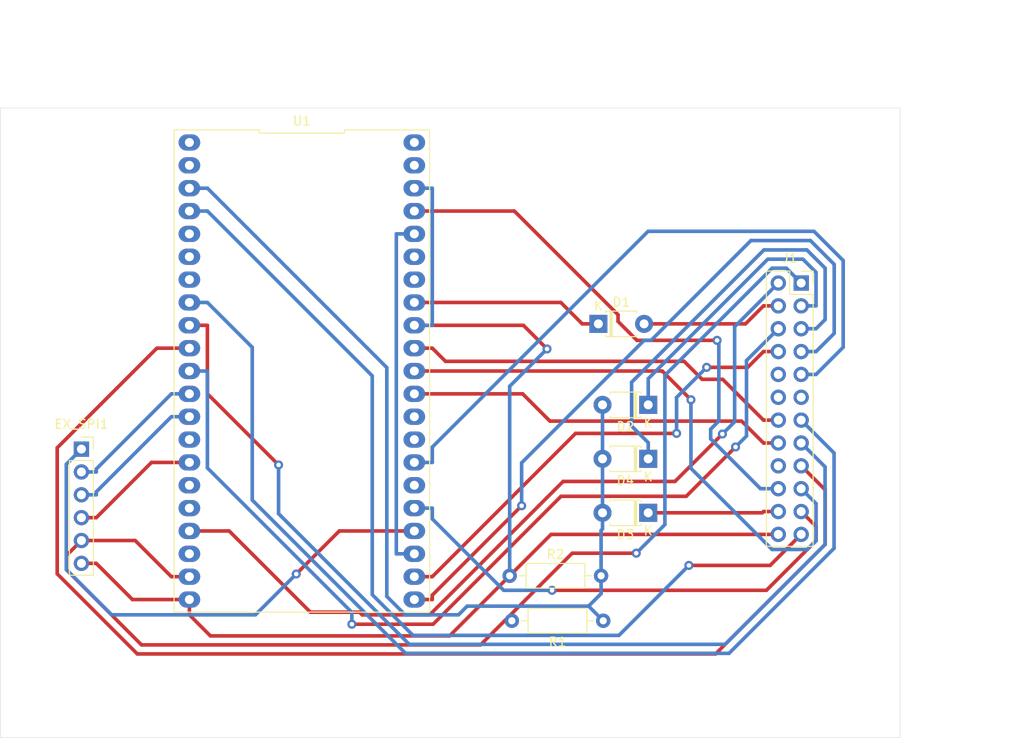
<source format=kicad_pcb>
(kicad_pcb (version 20221018) (generator pcbnew)
  (layers (0 "F.Cu" signal) (31 "B.Cu" signal) (34 "B.Paste" user) (35 "F.Paste" user) (36 "B.SilkS" user "B.Silkscreen") (37 "F.SilkS" user "F.Silkscreen") (38 "B.Mask" user) (39 "F.Mask" user) (44 "Edge.Cuts" user))
  (net 0 "")
  (net 1 "Net-(D1-K)")
  (net 2 "/CORE_ESP32-WROVER/Z80_CONTROL.RESET")
  (net 3 "/CORE_ESP32-WROVER/Z80_CONTROL.WAIT")
  (net 4 "/CORE_ESP32-WROVER/ESP_INT")
  (net 5 "/CORE_ESP32-WROVER/Z80_HARDLOCK_RESET")
  (net 6 "/CORE_ESP32-WROVER/Z80_CONTROL.BUSACK")
  (net 7 "/CORE_ESP32-WROVER/EX_SS")
  (net 8 "/CORE_ESP32-WROVER/EX_SCK")
  (net 9 "/CORE_ESP32-WROVER/EX_MISO")
  (net 10 "/CORE_ESP32-WROVER/EX_MOSI")
  (net 11 "+5V")
  (net 12 "GND")
  (net 13 "/CORE_ESP32-WROVER/ESP_ROMSEL_1")
  (net 14 "/CORE_ESP32-WROVER/ESP_ROMSEL_0")
  (net 16 "/CORE_ESP32-WROVER/SD_CARD_SS")
  (net 17 "/CORE_ESP32-WROVER/ESP_WAIT_RESET")
  (net 19 "/CORE_ESP32-WROVER/ESP_HARDLOCK")
  (net 22 "/CORE_ESP32-WROVER/ESP_ROM_WR_PROTECT")
  (net 26 "/CORE_ESP32-WROVER/ESP_SPI_INT.CE")
  (net 27 "/CORE_ESP32-WROVER/ESP_PULSE")
  (net 28 "/CORE_ESP32-WROVER/ESP_SPI_INT.SCK")
  (net 29 "/CORE_ESP32-WROVER/ESP_SPI_INT.STC")
  (net 30 "/CORE_ESP32-WROVER/ESP_SPI_INT.MISO")
  (net 31 "/CORE_ESP32-WROVER/ESP_SPI_INT.PL")
  (net 32 "/CORE_ESP32-WROVER/ESP_SPI_INT.OE")
  (net 38 "/CORE_ESP32-WROVER/Z80_HARDLOCK")
  (net 39 "/CORE_ESP32-WROVER/ESP_SPI_INT.MOSI")
  (net 45 "/CORE_ESP32-WROVER/ESP_SPI_INT.MR")
  (footprint "Connector_PinSocket_2.54mm:PinSocket_2x12_P2.54mm_Vertical" (layer "F.Cu") (at 209 79.46)
    (fp_text reference "J1" (at -1.27 -2.77) (layer "F.SilkS"))
    (fp_text value "Conn_02x12_Counter_Clockwise")
    (fp_line (start -3.87 -1.33) (end -3.87 29.27) (stroke (width 0.12)) (layer "F.SilkS"))
    (fp_line (start -3.87 -1.33) (end -1.27 -1.33) (stroke (width 0.12)) (layer "F.SilkS"))
    (fp_line (start -3.87 29.27) (end 1.33 29.27) (stroke (width 0.12)) (layer "F.SilkS"))
    (fp_line (start -1.27 -1.33) (end -1.27 1.27) (stroke (width 0.12)) (layer "F.SilkS"))
    (fp_line (start -1.27 1.27) (end 1.33 1.27) (stroke (width 0.12)) (layer "F.SilkS"))
    (fp_line (start 0 -1.33) (end 1.33 -1.33) (stroke (width 0.12)) (layer "F.SilkS"))
    (fp_line (start 1.33 -1.33) (end 1.33 0) (stroke (width 0.12)) (layer "F.SilkS"))
    (fp_line (start 1.33 1.27) (end 1.33 29.27) (stroke (width 0.12)) (layer "F.SilkS"))
    (pad "1" thru_hole rect (at 0 0) (size 1.7 1.7) (drill 1) (layers "*.Cu" "*.Mask") (net 11 "+5V"))
    (pad "2" thru_hole oval (at -2.54 0) (size 1.7 1.7) (drill 1) (layers "*.Cu" "*.Mask") (net 17 "/CORE_ESP32-WROVER/ESP_WAIT_RESET"))
    (pad "3" thru_hole oval (at 0 2.54) (size 1.7 1.7) (drill 1) (layers "*.Cu" "*.Mask") (net 3 "/CORE_ESP32-WROVER/Z80_CONTROL.WAIT"))
    (pad "4" thru_hole oval (at -2.54 2.54) (size 1.7 1.7) (drill 1) (layers "*.Cu" "*.Mask") (net 2 "/CORE_ESP32-WROVER/Z80_CONTROL.RESET"))
    (pad "5" thru_hole oval (at 0 5.08) (size 1.7 1.7) (drill 1) (layers "*.Cu" "*.Mask") (net 6 "/CORE_ESP32-WROVER/Z80_CONTROL.BUSACK"))
    (pad "6" thru_hole oval (at -2.54 5.08) (size 1.7 1.7) (drill 1) (layers "*.Cu" "*.Mask") (net 27 "/CORE_ESP32-WROVER/ESP_PULSE"))
    (pad "7" thru_hole oval (at 0 7.62) (size 1.7 1.7) (drill 1) (layers "*.Cu" "*.Mask") (net 13 "/CORE_ESP32-WROVER/ESP_ROMSEL_1"))
    (pad "8" thru_hole oval (at -2.54 7.62) (size 1.7 1.7) (drill 1) (layers "*.Cu" "*.Mask") (net 14 "/CORE_ESP32-WROVER/ESP_ROMSEL_0"))
    (pad "9" thru_hole oval (at 0 10.16) (size 1.7 1.7) (drill 1) (layers "*.Cu" "*.Mask") (net 22 "/CORE_ESP32-WROVER/ESP_ROM_WR_PROTECT"))
    (pad "10" thru_hole oval (at -2.54 10.16) (size 1.7 1.7) (drill 1) (layers "*.Cu" "*.Mask"))
    (pad "11" thru_hole oval (at 0 12.7) (size 1.7 1.7) (drill 1) (layers "*.Cu" "*.Mask"))
    (pad "12" thru_hole oval (at -2.54 12.7) (size 1.7 1.7) (drill 1) (layers "*.Cu" "*.Mask"))
    (pad "13" thru_hole oval (at 0 15.24) (size 1.7 1.7) (drill 1) (layers "*.Cu" "*.Mask") (net 32 "/CORE_ESP32-WROVER/ESP_SPI_INT.OE"))
    (pad "14" thru_hole oval (at -2.54 15.24) (size 1.7 1.7) (drill 1) (layers "*.Cu" "*.Mask") (net 30 "/CORE_ESP32-WROVER/ESP_SPI_INT.MISO"))
    (pad "15" thru_hole oval (at 0 17.78) (size 1.7 1.7) (drill 1) (layers "*.Cu" "*.Mask") (net 31 "/CORE_ESP32-WROVER/ESP_SPI_INT.PL"))
    (pad "16" thru_hole oval (at -2.54 17.78) (size 1.7 1.7) (drill 1) (layers "*.Cu" "*.Mask") (net 26 "/CORE_ESP32-WROVER/ESP_SPI_INT.CE"))
    (pad "17" thru_hole oval (at 0 20.32) (size 1.7 1.7) (drill 1) (layers "*.Cu" "*.Mask") (net 29 "/CORE_ESP32-WROVER/ESP_SPI_INT.STC"))
    (pad "18" thru_hole oval (at -2.54 20.32) (size 1.7 1.7) (drill 1) (layers "*.Cu" "*.Mask") (net 45 "/CORE_ESP32-WROVER/ESP_SPI_INT.MR"))
    (pad "19" thru_hole oval (at 0 22.86) (size 1.7 1.7) (drill 1) (layers "*.Cu" "*.Mask") (net 28 "/CORE_ESP32-WROVER/ESP_SPI_INT.SCK"))
    (pad "20" thru_hole oval (at -2.54 22.86) (size 1.7 1.7) (drill 1) (layers "*.Cu" "*.Mask") (net 39 "/CORE_ESP32-WROVER/ESP_SPI_INT.MOSI"))
    (pad "21" thru_hole oval (at 0 25.4) (size 1.7 1.7) (drill 1) (layers "*.Cu" "*.Mask") (net 19 "/CORE_ESP32-WROVER/ESP_HARDLOCK"))
    (pad "22" thru_hole oval (at -2.54 25.4) (size 1.7 1.7) (drill 1) (layers "*.Cu" "*.Mask") (net 5 "/CORE_ESP32-WROVER/Z80_HARDLOCK_RESET"))
    (pad "23" thru_hole oval (at 0 27.94) (size 1.7 1.7) (drill 1) (layers "*.Cu" "*.Mask") (net 38 "/CORE_ESP32-WROVER/Z80_HARDLOCK"))
    (pad "24" thru_hole oval (at -2.54 27.94) (size 1.7 1.7) (drill 1) (layers "*.Cu" "*.Mask") (net 12 "GND"))
  )
  (footprint "Resistor_THT:R_Axial_DIN0207_L6.3mm_D2.5mm_P10.16mm_Horizontal" (layer "F.Cu") (at 187 117 180)
    (fp_text reference "R1" (at 5.08 -2.37) (layer "F.SilkS"))
    (fp_text value "22K")
    (fp_line (start 1.04 0) (end 1.81 0) (stroke (width 0.12)) (layer "F.SilkS"))
    (fp_line (start 1.81 -1.37) (end 1.81 1.37) (stroke (width 0.12)) (layer "F.SilkS"))
    (fp_line (start 1.81 1.37) (end 8.35 1.37) (stroke (width 0.12)) (layer "F.SilkS"))
    (fp_line (start 8.35 -1.37) (end 1.81 -1.37) (stroke (width 0.12)) (layer "F.SilkS"))
    (fp_line (start 8.35 1.37) (end 8.35 -1.37) (stroke (width 0.12)) (layer "F.SilkS"))
    (fp_line (start 9.12 0) (end 8.35 0) (stroke (width 0.12)) (layer "F.SilkS"))
    (pad "1" thru_hole circle (at 0 0 180) (size 1.6 1.6) (drill 0.8) (layers "*.Cu" "*.Mask") (net 4 "/CORE_ESP32-WROVER/ESP_INT"))
    (pad "2" thru_hole oval (at 10.16 0 180) (size 1.6 1.6) (drill 0.8) (layers "*.Cu" "*.Mask") (net 11 "+5V"))
  )
  (footprint "Connector_PinSocket_2.54mm:PinSocket_1x06_P2.54mm_Vertical" (layer "F.Cu") (at 129 97.92)
    (fp_text reference "EX_SPI1" (at 0 -2.77) (layer "F.SilkS"))
    (fp_text value "PinSocket_2.54mm")
    (fp_line (start -1.33 1.27) (end -1.33 14.03) (stroke (width 0.12)) (layer "F.SilkS"))
    (fp_line (start -1.33 1.27) (end 1.33 1.27) (stroke (width 0.12)) (layer "F.SilkS"))
    (fp_line (start -1.33 14.03) (end 1.33 14.03) (stroke (width 0.12)) (layer "F.SilkS"))
    (fp_line (start 0 -1.33) (end 1.33 -1.33) (stroke (width 0.12)) (layer "F.SilkS"))
    (fp_line (start 1.33 -1.33) (end 1.33 0) (stroke (width 0.12)) (layer "F.SilkS"))
    (fp_line (start 1.33 1.27) (end 1.33 14.03) (stroke (width 0.12)) (layer "F.SilkS"))
    (pad "1" thru_hole rect (at 0 0) (size 1.7 1.7) (drill 1) (layers "*.Cu" "*.Mask") (net 7 "/CORE_ESP32-WROVER/EX_SS"))
    (pad "2" thru_hole oval (at 0 2.54) (size 1.7 1.7) (drill 1) (layers "*.Cu" "*.Mask") (net 8 "/CORE_ESP32-WROVER/EX_SCK"))
    (pad "3" thru_hole oval (at 0 5.08) (size 1.7 1.7) (drill 1) (layers "*.Cu" "*.Mask") (net 9 "/CORE_ESP32-WROVER/EX_MISO"))
    (pad "4" thru_hole oval (at 0 7.62) (size 1.7 1.7) (drill 1) (layers "*.Cu" "*.Mask") (net 10 "/CORE_ESP32-WROVER/EX_MOSI"))
    (pad "5" thru_hole oval (at 0 10.16) (size 1.7 1.7) (drill 1) (layers "*.Cu" "*.Mask") (net 11 "+5V"))
    (pad "6" thru_hole oval (at 0 12.7) (size 1.7 1.7) (drill 1) (layers "*.Cu" "*.Mask") (net 12 "GND"))
  )
  (footprint "Resistor_THT:R_Axial_DIN0207_L6.3mm_D2.5mm_P10.16mm_Horizontal" (layer "F.Cu") (at 176.6 112)
    (fp_text reference "R2" (at 5.08 -2.37) (layer "F.SilkS"))
    (fp_text value "22K")
    (fp_line (start 1.04 0) (end 1.81 0) (stroke (width 0.12)) (layer "F.SilkS"))
    (fp_line (start 1.81 -1.37) (end 1.81 1.37) (stroke (width 0.12)) (layer "F.SilkS"))
    (fp_line (start 1.81 1.37) (end 8.35 1.37) (stroke (width 0.12)) (layer "F.SilkS"))
    (fp_line (start 8.35 -1.37) (end 1.81 -1.37) (stroke (width 0.12)) (layer "F.SilkS"))
    (fp_line (start 8.35 1.37) (end 8.35 -1.37) (stroke (width 0.12)) (layer "F.SilkS"))
    (fp_line (start 9.12 0) (end 8.35 0) (stroke (width 0.12)) (layer "F.SilkS"))
    (pad "1" thru_hole circle (at 0 0) (size 1.6 1.6) (drill 0.8) (layers "*.Cu" "*.Mask") (net 12 "GND"))
    (pad "2" thru_hole oval (at 10.16 0) (size 1.6 1.6) (drill 0.8) (layers "*.Cu" "*.Mask") (net 4 "/CORE_ESP32-WROVER/ESP_INT"))
  )
  (footprint "Diode_THT:D_T-1_P5.08mm_Horizontal" (layer "F.Cu") (at 186.46 84)
    (fp_text reference "D1" (at 2.54 -2.42) (layer "F.SilkS"))
    (fp_text value "1N4148")
    (fp_text user "K" (at 0 -2) (layer "F.SilkS"))
    (fp_line (start 0.82 -1.42) (end 4.26 -1.42) (stroke (width 0.12)) (layer "F.SilkS"))
    (fp_line (start 0.82 -1.24) (end 0.82 -1.42) (stroke (width 0.12)) (layer "F.SilkS"))
    (fp_line (start 0.82 1.24) (end 0.82 1.42) (stroke (width 0.12)) (layer "F.SilkS"))
    (fp_line (start 0.82 1.42) (end 4.26 1.42) (stroke (width 0.12)) (layer "F.SilkS"))
    (fp_line (start 1.3 -1.42) (end 1.3 1.42) (stroke (width 0.12)) (layer "F.SilkS"))
    (fp_line (start 1.42 -1.42) (end 1.42 1.42) (stroke (width 0.12)) (layer "F.SilkS"))
    (fp_line (start 1.54 -1.42) (end 1.54 1.42) (stroke (width 0.12)) (layer "F.SilkS"))
    (fp_line (start 4.26 -1.42) (end 4.26 -1.24) (stroke (width 0.12)) (layer "F.SilkS"))
    (fp_line (start 4.26 1.42) (end 4.26 1.24) (stroke (width 0.12)) (layer "F.SilkS"))
    (pad "1" thru_hole rect (at 0 0) (size 2 2) (drill 1) (layers "*.Cu" "*.Mask") (net 1 "Net-(D1-K)"))
    (pad "2" thru_hole oval (at 5.08 0) (size 2 2) (drill 1) (layers "*.Cu" "*.Mask") (net 2 "/CORE_ESP32-WROVER/Z80_CONTROL.RESET"))
  )
  (footprint "Diode_THT:D_T-1_P5.08mm_Horizontal" (layer "F.Cu") (at 192 99 180)
    (fp_text reference "D4" (at 2.54 -2.42) (layer "F.SilkS"))
    (fp_text value "1N4148")
    (fp_text user "K" (at 0 -2) (layer "F.SilkS"))
    (fp_line (start 0.82 -1.42) (end 4.26 -1.42) (stroke (width 0.12)) (layer "F.SilkS"))
    (fp_line (start 0.82 -1.24) (end 0.82 -1.42) (stroke (width 0.12)) (layer "F.SilkS"))
    (fp_line (start 0.82 1.24) (end 0.82 1.42) (stroke (width 0.12)) (layer "F.SilkS"))
    (fp_line (start 0.82 1.42) (end 4.26 1.42) (stroke (width 0.12)) (layer "F.SilkS"))
    (fp_line (start 1.3 -1.42) (end 1.3 1.42) (stroke (width 0.12)) (layer "F.SilkS"))
    (fp_line (start 1.42 -1.42) (end 1.42 1.42) (stroke (width 0.12)) (layer "F.SilkS"))
    (fp_line (start 1.54 -1.42) (end 1.54 1.42) (stroke (width 0.12)) (layer "F.SilkS"))
    (fp_line (start 4.26 -1.42) (end 4.26 -1.24) (stroke (width 0.12)) (layer "F.SilkS"))
    (fp_line (start 4.26 1.42) (end 4.26 1.24) (stroke (width 0.12)) (layer "F.SilkS"))
    (pad "1" thru_hole rect (at 0 0 180) (size 2 2) (drill 1) (layers "*.Cu" "*.Mask") (net 6 "/CORE_ESP32-WROVER/Z80_CONTROL.BUSACK"))
    (pad "2" thru_hole oval (at 5.08 0 180) (size 2 2) (drill 1) (layers "*.Cu" "*.Mask") (net 4 "/CORE_ESP32-WROVER/ESP_INT"))
  )
  (footprint "esp32-wrover:FREENOVE_ESP32-WROVER-DEV" (layer "F.Cu") (at 153.5 87.97)
    (fp_text reference "U1" (at 0 -26.53) (layer "F.SilkS"))
    (fp_text value "FREENOVE_ESP32-WROVER-DEV")
    (fp_line (start -14.2 28.07) (end 14.199999 28.07) (stroke (width 0.12)) (layer "F.SilkS"))
    (fp_line (start -14.199999 -25.53) (end -14.2 28.07) (stroke (width 0.12)) (layer "F.SilkS"))
    (fp_line (start -4.733333 -25.53) (end -14.199999 -25.53) (stroke (width 0.12)) (layer "F.SilkS"))
    (fp_line (start -4.733333 -25.17) (end -4.733333 -25.53) (stroke (width 0.12)) (layer "F.SilkS"))
    (fp_line (start 4.733333 -25.53) (end 4.733333 -25.17) (stroke (width 0.12)) (layer "F.SilkS"))
    (fp_line (start 4.733333 -25.17) (end -4.733333 -25.17) (stroke (width 0.12)) (layer "F.SilkS"))
    (fp_line (start 14.199999 28.07) (end 14.2 -25.53) (stroke (width 0.12)) (layer "F.SilkS"))
    (fp_line (start 14.2 -25.53) (end 4.733333 -25.53) (stroke (width 0.12)) (layer "F.SilkS"))
    (pad "1" thru_hole oval (at -12.5 -24.13 270) (size 1.8 2.4) (drill 1) (layers "*.Cu" "*.Mask"))
    (pad "2" thru_hole oval (at -12.5 -21.59 270) (size 1.8 2.4) (drill 1) (layers "*.Cu" "*.Mask"))
    (pad "3" thru_hole oval (at -12.5 -19.05 270) (size 1.8 2.4) (drill 1) (layers "*.Cu" "*.Mask") (net 4 "/CORE_ESP32-WROVER/ESP_INT"))
    (pad "4" thru_hole oval (at -12.5 -16.51 270) (size 1.8 2.4) (drill 1) (layers "*.Cu" "*.Mask") (net 38 "/CORE_ESP32-WROVER/Z80_HARDLOCK"))
    (pad "5" thru_hole oval (at -12.5 -13.97 270) (size 1.8 2.4) (drill 1) (layers "*.Cu" "*.Mask"))
    (pad "6" thru_hole oval (at -12.5 -11.43 270) (size 1.8 2.4) (drill 1) (layers "*.Cu" "*.Mask"))
    (pad "7" thru_hole oval (at -12.5 -8.89 270) (size 1.8 2.4) (drill 1) (layers "*.Cu" "*.Mask"))
    (pad "8" thru_hole oval (at -12.5 -6.35 270) (size 1.8 2.4) (drill 1) (layers "*.Cu" "*.Mask") (net 32 "/CORE_ESP32-WROVER/ESP_SPI_INT.OE"))
    (pad "9" thru_hole oval (at -12.5 -3.81 270) (size 1.8 2.4) (drill 1) (layers "*.Cu" "*.Mask") (net 31 "/CORE_ESP32-WROVER/ESP_SPI_INT.PL"))
    (pad "10" thru_hole oval (at -12.5 -1.27 270) (size 1.8 2.4) (drill 1) (layers "*.Cu" "*.Mask") (net 29 "/CORE_ESP32-WROVER/ESP_SPI_INT.STC"))
    (pad "11" thru_hole oval (at -12.5 1.27 270) (size 1.8 2.4) (drill 1) (layers "*.Cu" "*.Mask") (net 27 "/CORE_ESP32-WROVER/ESP_PULSE"))
    (pad "12" thru_hole oval (at -12.5 3.81 270) (size 1.8 2.4) (drill 1) (layers "*.Cu" "*.Mask") (net 8 "/CORE_ESP32-WROVER/EX_SCK"))
    (pad "13" thru_hole oval (at -12.5 6.35 270) (size 1.8 2.4) (drill 1) (layers "*.Cu" "*.Mask") (net 9 "/CORE_ESP32-WROVER/EX_MISO"))
    (pad "14" thru_hole oval (at -12.5 8.89 270) (size 1.8 2.4) (drill 1) (layers "*.Cu" "*.Mask"))
    (pad "15" thru_hole oval (at -12.5 11.43 270) (size 1.8 2.4) (drill 1) (layers "*.Cu" "*.Mask") (net 10 "/CORE_ESP32-WROVER/EX_MOSI"))
    (pad "16" thru_hole oval (at -12.5 13.97 270) (size 1.8 2.4) (drill 1) (layers "*.Cu" "*.Mask"))
    (pad "17" thru_hole oval (at -12.5 16.51 270) (size 1.8 2.4) (drill 1) (layers "*.Cu" "*.Mask"))
    (pad "18" thru_hole oval (at -12.5 19.05 270) (size 1.8 2.4) (drill 1) (layers "*.Cu" "*.Mask") (net 17 "/CORE_ESP32-WROVER/ESP_WAIT_RESET"))
    (pad "19" thru_hole oval (at -12.5 21.59 270) (size 1.8 2.4) (drill 1) (layers "*.Cu" "*.Mask"))
    (pad "20" thru_hole oval (at -12.5 24.13 270) (size 1.8 2.4) (drill 1) (layers "*.Cu" "*.Mask") (net 11 "+5V"))
    (pad "21" thru_hole oval (at -12.5 26.67 270) (size 1.8 2.4) (drill 1) (layers "*.Cu" "*.Mask") (net 12 "GND"))
    (pad "22" thru_hole oval (at 12.5 26.67 270) (size 1.8 2.4) (drill 1) (layers "*.Cu" "*.Mask") (net 13 "/CORE_ESP32-WROVER/ESP_ROMSEL_1"))
    (pad "23" thru_hole oval (at 12.5 24.13 270) (size 1.8 2.4) (drill 1) (layers "*.Cu" "*.Mask") (net 14 "/CORE_ESP32-WROVER/ESP_ROMSEL_0"))
    (pad "24" thru_hole oval (at 12.5 21.59 270) (size 1.8 2.4) (drill 1) (layers "*.Cu" "*.Mask") (net 16 "/CORE_ESP32-WROVER/SD_CARD_SS"))
    (pad "25" thru_hole oval (at 12.5 19.05 270) (size 1.8 2.4) (drill 1) (layers "*.Cu" "*.Mask") (net 7 "/CORE_ESP32-WROVER/EX_SS"))
    (pad "26" thru_hole oval (at 12.5 16.51 270) (size 1.8 2.4) (drill 1) (layers "*.Cu" "*.Mask") (net 19 "/CORE_ESP32-WROVER/ESP_HARDLOCK"))
    (pad "27" thru_hole oval (at 12.5 13.97 270) (size 1.8 2.4) (drill 1) (layers "*.Cu" "*.Mask"))
    (pad "28" thru_hole oval (at 12.5 11.43 270) (size 1.8 2.4) (drill 1) (layers "*.Cu" "*.Mask") (net 22 "/CORE_ESP32-WROVER/ESP_ROM_WR_PROTECT"))
    (pad "29" thru_hole oval (at 12.5 8.89 270) (size 1.8 2.4) (drill 1) (layers "*.Cu" "*.Mask"))
    (pad "30" thru_hole oval (at 12.5 6.35 270) (size 1.8 2.4) (drill 1) (layers "*.Cu" "*.Mask"))
    (pad "31" thru_hole oval (at 12.5 3.81 270) (size 1.8 2.4) (drill 1) (layers "*.Cu" "*.Mask") (net 26 "/CORE_ESP32-WROVER/ESP_SPI_INT.CE"))
    (pad "32" thru_hole oval (at 12.5 1.27 270) (size 1.8 2.4) (drill 1) (layers "*.Cu" "*.Mask") (net 28 "/CORE_ESP32-WROVER/ESP_SPI_INT.SCK"))
    (pad "33" thru_hole oval (at 12.5 -1.27 270) (size 1.8 2.4) (drill 1) (layers "*.Cu" "*.Mask") (net 30 "/CORE_ESP32-WROVER/ESP_SPI_INT.MISO"))
    (pad "34" thru_hole oval (at 12.5 -3.81 270) (size 1.8 2.4) (drill 1) (layers "*.Cu" "*.Mask") (net 12 "GND"))
    (pad "35" thru_hole oval (at 12.5 -6.35 270) (size 1.8 2.4) (drill 1) (layers "*.Cu" "*.Mask") (net 1 "Net-(D1-K)"))
    (pad "36" thru_hole oval (at 12.5 -8.89 270) (size 1.8 2.4) (drill 1) (layers "*.Cu" "*.Mask"))
    (pad "37" thru_hole oval (at 12.5 -11.43 270) (size 1.8 2.4) (drill 1) (layers "*.Cu" "*.Mask"))
    (pad "38" thru_hole oval (at 12.5 -13.97 270) (size 1.8 2.4) (drill 1) (layers "*.Cu" "*.Mask") (net 16 "/CORE_ESP32-WROVER/SD_CARD_SS"))
    (pad "39" thru_hole oval (at 12.5 -16.51 270) (size 1.8 2.4) (drill 1) (layers "*.Cu" "*.Mask") (net 39 "/CORE_ESP32-WROVER/ESP_SPI_INT.MOSI"))
    (pad "40" thru_hole oval (at 12.5 -19.05 270) (size 1.8 2.4) (drill 1) (layers "*.Cu" "*.Mask") (net 12 "GND"))
    (pad "41" thru_hole oval (at 12.5 -21.59 270) (size 1.8 2.4) (drill 1) (layers "*.Cu" "*.Mask"))
    (pad "42" thru_hole oval (at 12.5 -24.13 270) (size 1.8 2.4) (drill 1) (layers "*.Cu" "*.Mask"))
  )
  (footprint "Diode_THT:D_T-1_P5.08mm_Horizontal" (layer "F.Cu") (at 192 105 180)
    (fp_text reference "D3" (at 2.54 -2.42) (layer "F.SilkS"))
    (fp_text value "1N4148")
    (fp_text user "K" (at 0 -2) (layer "F.SilkS"))
    (fp_line (start 0.82 -1.42) (end 4.26 -1.42) (stroke (width 0.12)) (layer "F.SilkS"))
    (fp_line (start 0.82 -1.24) (end 0.82 -1.42) (stroke (width 0.12)) (layer "F.SilkS"))
    (fp_line (start 0.82 1.24) (end 0.82 1.42) (stroke (width 0.12)) (layer "F.SilkS"))
    (fp_line (start 0.82 1.42) (end 4.26 1.42) (stroke (width 0.12)) (layer "F.SilkS"))
    (fp_line (start 1.3 -1.42) (end 1.3 1.42) (stroke (width 0.12)) (layer "F.SilkS"))
    (fp_line (start 1.42 -1.42) (end 1.42 1.42) (stroke (width 0.12)) (layer "F.SilkS"))
    (fp_line (start 1.54 -1.42) (end 1.54 1.42) (stroke (width 0.12)) (layer "F.SilkS"))
    (fp_line (start 4.26 -1.42) (end 4.26 -1.24) (stroke (width 0.12)) (layer "F.SilkS"))
    (fp_line (start 4.26 1.42) (end 4.26 1.24) (stroke (width 0.12)) (layer "F.SilkS"))
    (pad "1" thru_hole rect (at 0 0 180) (size 2 2) (drill 1) (layers "*.Cu" "*.Mask") (net 5 "/CORE_ESP32-WROVER/Z80_HARDLOCK_RESET"))
    (pad "2" thru_hole oval (at 5.08 0 180) (size 2 2) (drill 1) (layers "*.Cu" "*.Mask") (net 4 "/CORE_ESP32-WROVER/ESP_INT"))
  )
  (footprint "Diode_THT:D_T-1_P5.08mm_Horizontal" (layer "F.Cu") (at 192 93 180)
    (fp_text reference "D2" (at 2.54 -2.42) (layer "F.SilkS"))
    (fp_text value "1N4148")
    (fp_text user "K" (at 0 -2) (layer "F.SilkS"))
    (fp_line (start 0.82 -1.42) (end 4.26 -1.42) (stroke (width 0.12)) (layer "F.SilkS"))
    (fp_line (start 0.82 -1.24) (end 0.82 -1.42) (stroke (width 0.12)) (layer "F.SilkS"))
    (fp_line (start 0.82 1.24) (end 0.82 1.42) (stroke (width 0.12)) (layer "F.SilkS"))
    (fp_line (start 0.82 1.42) (end 4.26 1.42) (stroke (width 0.12)) (layer "F.SilkS"))
    (fp_line (start 1.3 -1.42) (end 1.3 1.42) (stroke (width 0.12)) (layer "F.SilkS"))
    (fp_line (start 1.42 -1.42) (end 1.42 1.42) (stroke (width 0.12)) (layer "F.SilkS"))
    (fp_line (start 1.54 -1.42) (end 1.54 1.42) (stroke (width 0.12)) (layer "F.SilkS"))
    (fp_line (start 4.26 -1.42) (end 4.26 -1.24) (stroke (width 0.12)) (layer "F.SilkS"))
    (fp_line (start 4.26 1.42) (end 4.26 1.24) (stroke (width 0.12)) (layer "F.SilkS"))
    (pad "1" thru_hole rect (at 0 0 180) (size 2 2) (drill 1) (layers "*.Cu" "*.Mask") (net 3 "/CORE_ESP32-WROVER/Z80_CONTROL.WAIT"))
    (pad "2" thru_hole oval (at 5.08 0 180) (size 2 2) (drill 1) (layers "*.Cu" "*.Mask") (net 4 "/CORE_ESP32-WROVER/ESP_INT"))
  )
  (gr_rect (start 120 60) (end 220 130) (stroke (width 0.05)) (fill none) (layer "Edge.Cuts"))
  (segment (start 186.46 84) (end 184.6599 84) (width 0.4) (layer "F.Cu") (net 1))
  (segment (start 182.2799 81.62) (end 184.6599 84) (width 0.4) (layer "F.Cu") (net 1))
  (segment (start 166 81.62) (end 182.2799 81.62) (width 0.4) (layer "F.Cu") (net 1))
  (segment (start 206.46 82) (end 204.8099 82) (width 0.4) (layer "F.Cu") (net 2))
  (segment (start 202.8099 84) (end 204.8099 82) (width 0.4) (layer "F.Cu") (net 2))
  (segment (start 191.54 84) (end 202.8099 84) (width 0.4) (layer "F.Cu") (net 2))
  (segment (start 205.2864 76.8098) (end 209.1955 76.8098) (width 0.4) (layer "B.Cu") (net 3))
  (segment (start 210.6501 78.2644) (end 210.6501 82) (width 0.4) (layer "B.Cu") (net 3))
  (segment (start 209.1955 76.8098) (end 210.6501 78.2644) (width 0.4) (layer "B.Cu") (net 3))
  (segment (start 192 93) (end 192 91.1999) (width 0.4) (layer "B.Cu") (net 3))
  (segment (start 192 91.1999) (end 192 90.0962) (width 0.4) (layer "B.Cu") (net 3))
  (segment (start 209 82) (end 210.6501 82) (width 0.4) (layer "B.Cu") (net 3))
  (segment (start 192 90.0962) (end 205.2864 76.8098) (width 0.4) (layer "B.Cu") (net 3))
  (segment (start 186.92 105) (end 186.92 106.8001) (width 0.4) (layer "B.Cu") (net 4))
  (segment (start 171.8719 115.3746) (end 185.3746 115.3746) (width 0.4) (layer "B.Cu") (net 4))
  (segment (start 186.92 93) (end 186.92 99) (width 0.4) (layer "B.Cu") (net 4))
  (segment (start 162.9461 88.866) (end 162.9461 114.3002) (width 0.4) (layer "B.Cu") (net 4))
  (segment (start 164.9866 116.3407) (end 170.9058 116.3407) (width 0.4) (layer "B.Cu") (net 4))
  (segment (start 186.92 99) (end 186.92 105) (width 0.4) (layer "B.Cu") (net 4))
  (segment (start 170.9058 116.3407) (end 171.8719 115.3746) (width 0.4) (layer "B.Cu") (net 4))
  (segment (start 141 68.92) (end 143.0001 68.92) (width 0.4) (layer "B.Cu") (net 4))
  (segment (start 186.76 106.9601) (end 186.76 110.3999) (width 0.4) (layer "B.Cu") (net 4))
  (segment (start 186.92 106.8001) (end 186.76 106.9601) (width 0.4) (layer "B.Cu") (net 4))
  (segment (start 162.9461 114.3002) (end 164.9866 116.3407) (width 0.4) (layer "B.Cu") (net 4))
  (segment (start 186.76 113.9892) (end 186.76 112) (width 0.4) (layer "B.Cu") (net 4))
  (segment (start 186.76 112) (end 186.76 110.3999) (width 0.4) (layer "B.Cu") (net 4))
  (segment (start 185.3746 115.3746) (end 186.76 113.9892) (width 0.4) (layer "B.Cu") (net 4))
  (segment (start 143.0001 68.92) (end 162.9461 88.866) (width 0.4) (layer "B.Cu") (net 4))
  (segment (start 187 117) (end 185.3746 115.3746) (width 0.4) (layer "B.Cu") (net 4))
  (segment (start 192 105) (end 204.6699 105) (width 0.4) (layer "F.Cu") (net 5))
  (segment (start 206.46 104.86) (end 204.8099 104.86) (width 0.4) (layer "F.Cu") (net 5))
  (segment (start 204.6699 105) (end 204.8099 104.86) (width 0.4) (layer "F.Cu") (net 5))
  (segment (start 209 84.54) (end 210.6501 84.54) (width 0.4) (layer "B.Cu") (net 6))
  (segment (start 211.663 77.8076) (end 211.663 83.5271) (width 0.4) (layer "B.Cu") (net 6))
  (segment (start 209.6382 75.7828) (end 211.663 77.8076) (width 0.4) (layer "B.Cu") (net 6))
  (segment (start 192 99) (end 192 97.1999) (width 0.4) (layer "B.Cu") (net 6))
  (segment (start 190.1551 95.355) (end 190.1551 90.4881) (width 0.4) (layer "B.Cu") (net 6))
  (segment (start 192 97.1999) (end 190.1551 95.355) (width 0.4) (layer "B.Cu") (net 6))
  (segment (start 204.8604 75.7828) (end 209.6382 75.7828) (width 0.4) (layer "B.Cu") (net 6))
  (segment (start 190.1551 90.4881) (end 204.8604 75.7828) (width 0.4) (layer "B.Cu") (net 6))
  (segment (start 211.663 83.5271) (end 210.6501 84.54) (width 0.4) (layer "B.Cu") (net 6))
  (segment (start 166 107.02) (end 157.6605 107.02) (width 0.4) (layer "F.Cu") (net 7))
  (segment (start 157.6605 107.02) (end 152.8771 111.8034) (width 0.4) (layer "F.Cu") (net 7))
  (via (at 152.8771 111.8034) (size 1) (drill 0.5) (layers "F.Cu" "B.Cu") (net 7))
  (segment (start 127.3196 111.298) (end 132.3619 116.3403) (width 0.4) (layer "B.Cu") (net 7))
  (segment (start 132.3619 116.3403) (end 148.3402 116.3403) (width 0.4) (layer "B.Cu") (net 7))
  (segment (start 129 97.92) (end 127.3196 99.6004) (width 0.4) (layer "B.Cu") (net 7))
  (segment (start 127.3196 99.6004) (end 127.3196 111.298) (width 0.4) (layer "B.Cu") (net 7))
  (segment (start 148.3402 116.3403) (end 152.8771 111.8034) (width 0.4) (layer "B.Cu") (net 7))
  (segment (start 141 91.78) (end 138.9999 91.78) (width 0.4) (layer "B.Cu") (net 8))
  (segment (start 138.9999 91.78) (end 130.6501 100.1298) (width 0.4) (layer "B.Cu") (net 8))
  (segment (start 130.6501 100.1298) (end 130.6501 100.46) (width 0.4) (layer "B.Cu") (net 8))
  (segment (start 129 100.46) (end 130.6501 100.46) (width 0.4) (layer "B.Cu") (net 8))
  (segment (start 141 94.32) (end 138.9999 94.32) (width 0.4) (layer "B.Cu") (net 9))
  (segment (start 138.9999 94.32) (end 130.6501 102.6698) (width 0.4) (layer "B.Cu") (net 9))
  (segment (start 130.6501 102.6698) (end 130.6501 103) (width 0.4) (layer "B.Cu") (net 9))
  (segment (start 129 103) (end 130.6501 103) (width 0.4) (layer "B.Cu") (net 9))
  (segment (start 141 99.4) (end 136.7901 99.4) (width 0.4) (layer "F.Cu") (net 10))
  (segment (start 129 105.54) (end 130.6501 105.54) (width 0.4) (layer "F.Cu") (net 10))
  (segment (start 136.7901 99.4) (end 130.6501 105.54) (width 0.4) (layer "F.Cu") (net 10))
  (segment (start 135.685 119.6836) (end 173.3564 119.6836) (width 0.4) (layer "F.Cu") (net 11))
  (segment (start 173.3564 119.6836) (end 176.04 117) (width 0.4) (layer "F.Cu") (net 11))
  (segment (start 127.3339 109.7461) (end 127.3339 111.3325) (width 0.4) (layer "F.Cu") (net 11))
  (segment (start 134.9799 108.08) (end 129 108.08) (width 0.4) (layer "F.Cu") (net 11))
  (segment (start 141 112.1) (end 138.9999 112.1) (width 0.4) (layer "F.Cu") (net 11))
  (segment (start 183.5499 109.4901) (end 190.6693 109.4901) (width 0.4) (layer "F.Cu") (net 11))
  (segment (start 138.9999 112.1) (end 134.9799 108.08) (width 0.4) (layer "F.Cu") (net 11))
  (segment (start 129 108.08) (end 127.3339 109.7461) (width 0.4) (layer "F.Cu") (net 11))
  (segment (start 176.84 117) (end 176.04 117) (width 0.4) (layer "F.Cu") (net 11))
  (segment (start 127.3339 111.3325) (end 135.685 119.6836) (width 0.4) (layer "F.Cu") (net 11))
  (segment (start 176.04 117) (end 183.5499 109.4901) (width 0.4) (layer "F.Cu") (net 11))
  (via (at 190.6693 109.4901) (size 1) (drill 0.5) (layers "F.Cu" "B.Cu") (net 11))
  (segment (start 193.8531 106.3063) (end 190.6693 109.4901) (width 0.4) (layer "B.Cu") (net 11))
  (segment (start 209 79.46) (end 207.3499 77.8099) (width 0.4) (layer "B.Cu") (net 11))
  (segment (start 205.7655 77.8099) (end 193.8531 89.7223) (width 0.4) (layer "B.Cu") (net 11))
  (segment (start 193.8531 89.7223) (end 193.8531 106.3063) (width 0.4) (layer "B.Cu") (net 11))
  (segment (start 207.3499 77.8099) (end 205.7655 77.8099) (width 0.4) (layer "B.Cu") (net 11))
  (segment (start 141 116.3401) (end 143.3434 118.6835) (width 0.4) (layer "F.Cu") (net 12))
  (segment (start 169.9165 118.6835) (end 176.6 112) (width 0.4) (layer "F.Cu") (net 12))
  (segment (start 181.2 107.4) (end 206.46 107.4) (width 0.4) (layer "F.Cu") (net 12))
  (segment (start 129 110.62) (end 130.6501 110.62) (width 0.4) (layer "F.Cu") (net 12))
  (segment (start 134.6701 114.64) (end 141 114.64) (width 0.4) (layer "F.Cu") (net 12))
  (segment (start 130.6501 110.62) (end 134.6701 114.64) (width 0.4) (layer "F.Cu") (net 12))
  (segment (start 143.3434 118.6835) (end 169.9165 118.6835) (width 0.4) (layer "F.Cu") (net 12))
  (segment (start 180.7521 86.7872) (end 178.1249 84.16) (width 0.4) (layer "F.Cu") (net 12))
  (segment (start 176.6 112) (end 181.2 107.4) (width 0.4) (layer "F.Cu") (net 12))
  (segment (start 141 114.64) (end 141 116.3401) (width 0.4) (layer "F.Cu") (net 12))
  (segment (start 178.1249 84.16) (end 166 84.16) (width 0.4) (layer "F.Cu") (net 12))
  (via (at 180.7521 86.7872) (size 1) (drill 0.5) (layers "F.Cu" "B.Cu") (net 12))
  (segment (start 166 84.16) (end 168.0001 84.16) (width 0.4) (layer "B.Cu") (net 12))
  (segment (start 176.6 90.9393) (end 176.6 112) (width 0.4) (layer "B.Cu") (net 12))
  (segment (start 180.7521 86.7872) (end 176.6 90.9393) (width 0.4) (layer "B.Cu") (net 12))
  (segment (start 168.0001 84.16) (end 168.0001 68.92) (width 0.4) (layer "B.Cu") (net 12))
  (segment (start 166 68.92) (end 168.0001 68.92) (width 0.4) (layer "B.Cu") (net 12))
  (segment (start 168.0001 114.64) (end 168.0001 114.1498) (width 0.4) (layer "F.Cu") (net 13))
  (segment (start 166 114.64) (end 168.0001 114.64) (width 0.4) (layer "F.Cu") (net 13))
  (segment (start 168.0001 114.1498) (end 177.9314 104.2185) (width 0.4) (layer "F.Cu") (net 13))
  (via (at 177.9314 104.2185) (size 1) (drill 0.5) (layers "F.Cu" "B.Cu") (net 13))
  (segment (start 210.6501 87.08) (end 212.6703 85.0598) (width 0.4) (layer "B.Cu") (net 13))
  (segment (start 191.5553 85.8173) (end 177.9314 99.4412) (width 0.4) (layer "B.Cu") (net 13))
  (segment (start 209 87.08) (end 210.6501 87.08) (width 0.4) (layer "B.Cu") (net 13))
  (segment (start 203.4147 74.7387) (end 192.3361 85.8173) (width 0.4) (layer "B.Cu") (net 13))
  (segment (start 177.9314 99.4412) (end 177.9314 104.2185) (width 0.4) (layer "B.Cu") (net 13))
  (segment (start 192.3361 85.8173) (end 191.5553 85.8173) (width 0.4) (layer "B.Cu") (net 13))
  (segment (start 212.6703 85.0598) (end 212.6703 77.3822) (width 0.4) (layer "B.Cu") (net 13))
  (segment (start 210.0268 74.7387) (end 203.4147 74.7387) (width 0.4) (layer "B.Cu") (net 13))
  (segment (start 212.6703 77.3822) (end 210.0268 74.7387) (width 0.4) (layer "B.Cu") (net 13))
  (segment (start 168.0001 112.1) (end 183.9268 96.1733) (width 0.4) (layer "F.Cu") (net 14))
  (segment (start 166 112.1) (end 168.0001 112.1) (width 0.4) (layer "F.Cu") (net 14))
  (segment (start 203.0595 88.8304) (end 204.8099 87.08) (width 0.4) (layer "F.Cu") (net 14))
  (segment (start 206.46 87.08) (end 204.8099 87.08) (width 0.4) (layer "F.Cu") (net 14))
  (segment (start 183.9268 96.1733) (end 195.1532 96.1733) (width 0.4) (layer "F.Cu") (net 14))
  (segment (start 198.4966 88.8304) (end 203.0595 88.8304) (width 0.4) (layer "F.Cu") (net 14))
  (via (at 198.4966 88.8304) (size 1) (drill 0.5) (layers "F.Cu" "B.Cu") (net 14))
  (via (at 195.1532 96.1733) (size 1) (drill 0.5) (layers "F.Cu" "B.Cu") (net 14))
  (segment (start 195.1532 96.1733) (end 195.1532 92.1738) (width 0.4) (layer "B.Cu") (net 14))
  (segment (start 195.1532 92.1738) (end 198.4966 88.8304) (width 0.4) (layer "B.Cu") (net 14))
  (segment (start 166 109.56) (end 163.9999 109.56) (width 0.4) (layer "B.Cu") (net 16))
  (segment (start 166 74) (end 163.9999 74) (width 0.4) (layer "B.Cu") (net 16))
  (segment (start 163.9999 109.56) (end 163.9999 74) (width 0.4) (layer "B.Cu") (net 16))
  (segment (start 182.5402 101.5143) (end 194.9709 101.5143) (width 0.4) (layer "F.Cu") (net 17))
  (segment (start 141 107.02) (end 145.4213 107.02) (width 0.4) (layer "F.Cu") (net 17))
  (segment (start 154.4472 116.0459) (end 159.9072 116.0459) (width 0.4) (layer "F.Cu") (net 17))
  (segment (start 145.4213 107.02) (end 154.4472 116.0459) (width 0.4) (layer "F.Cu") (net 17))
  (segment (start 160.2065 116.3452) (end 167.7093 116.3452) (width 0.4) (layer "F.Cu") (net 17))
  (segment (start 159.9072 116.0459) (end 160.2065 116.3452) (width 0.4) (layer "F.Cu") (net 17))
  (segment (start 194.9709 101.5143) (end 200.2426 96.2426) (width 0.4) (layer "F.Cu") (net 17))
  (segment (start 167.7093 116.3452) (end 182.5402 101.5143) (width 0.4) (layer "F.Cu") (net 17))
  (via (at 200.2426 96.2426) (size 1) (drill 0.5) (layers "F.Cu" "B.Cu") (net 17))
  (segment (start 201.6047 84.3153) (end 201.6047 94.8805) (width 0.4) (layer "B.Cu") (net 17))
  (segment (start 206.46 79.46) (end 201.6047 84.3153) (width 0.4) (layer "B.Cu") (net 17))
  (segment (start 201.6047 94.8805) (end 200.2426 96.2426) (width 0.4) (layer "B.Cu") (net 17))
  (segment (start 209 104.86) (end 210.6582 106.5182) (width 0.4) (layer "F.Cu") (net 19))
  (segment (start 210.6582 106.5182) (end 210.6582 108.0965) (width 0.4) (layer "F.Cu") (net 19))
  (segment (start 210.6582 108.0965) (end 205.141 113.6137) (width 0.4) (layer "F.Cu") (net 19))
  (segment (start 205.141 113.6137) (end 181.3092 113.6137) (width 0.4) (layer "F.Cu") (net 19))
  (via (at 181.3092 113.6137) (size 1) (drill 0.5) (layers "F.Cu" "B.Cu") (net 19))
  (segment (start 168.0001 104.48) (end 168.0001 105.6833) (width 0.4) (layer "B.Cu") (net 19))
  (segment (start 166 104.48) (end 168.0001 104.48) (width 0.4) (layer "B.Cu") (net 19))
  (segment (start 168.0001 105.6833) (end 175.9305 113.6137) (width 0.4) (layer "B.Cu") (net 19))
  (segment (start 175.9305 113.6137) (end 181.3092 113.6137) (width 0.4) (layer "B.Cu") (net 19))
  (segment (start 209 89.62) (end 210.6501 89.62) (width 0.4) (layer "B.Cu") (net 22))
  (segment (start 210.4262 73.7097) (end 213.6705 76.954) (width 0.4) (layer "B.Cu") (net 22))
  (segment (start 168.0001 99.4) (end 168.0001 97.6947) (width 0.4) (layer "B.Cu") (net 22))
  (segment (start 213.6705 86.5996) (end 210.6501 89.62) (width 0.4) (layer "B.Cu") (net 22))
  (segment (start 213.6705 76.954) (end 213.6705 86.5996) (width 0.4) (layer "B.Cu") (net 22))
  (segment (start 191.9851 73.7097) (end 210.4262 73.7097) (width 0.4) (layer "B.Cu") (net 22))
  (segment (start 166 99.4) (end 168.0001 99.4) (width 0.4) (layer "B.Cu") (net 22))
  (segment (start 168.0001 97.6947) (end 191.9851 73.7097) (width 0.4) (layer "B.Cu") (net 22))
  (segment (start 202.3766 94.8067) (end 204.8099 97.24) (width 0.4) (layer "F.Cu") (net 26))
  (segment (start 181.0751 94.8067) (end 202.3766 94.8067) (width 0.4) (layer "F.Cu") (net 26))
  (segment (start 206.46 97.24) (end 204.8099 97.24) (width 0.4) (layer "F.Cu") (net 26))
  (segment (start 178.0484 91.78) (end 181.0751 94.8067) (width 0.4) (layer "F.Cu") (net 26))
  (segment (start 166 91.78) (end 178.0484 91.78) (width 0.4) (layer "F.Cu") (net 26))
  (segment (start 159.0604 117.3834) (end 168.0856 117.3834) (width 0.4) (layer "F.Cu") (net 27))
  (segment (start 168.0856 117.3834) (end 182.3034 103.1656) (width 0.4) (layer "F.Cu") (net 27))
  (segment (start 196.2236 103.1656) (end 201.7077 97.6815) (width 0.4) (layer "F.Cu") (net 27))
  (segment (start 182.3034 103.1656) (end 196.2236 103.1656) (width 0.4) (layer "F.Cu") (net 27))
  (via (at 201.7077 97.6815) (size 1) (drill 0.5) (layers "F.Cu" "B.Cu") (net 27))
  (via (at 159.0604 117.3834) (size 1) (drill 0.5) (layers "F.Cu" "B.Cu") (net 27))
  (segment (start 202.9242 88.0758) (end 202.9242 96.465) (width 0.4) (layer "B.Cu") (net 27))
  (segment (start 141 89.24) (end 143.0001 89.24) (width 0.4) (layer "B.Cu") (net 27))
  (segment (start 206.46 84.54) (end 202.9242 88.0758) (width 0.4) (layer "B.Cu") (net 27))
  (segment (start 143.0001 100.0117) (end 159.0604 116.072) (width 0.4) (layer "B.Cu") (net 27))
  (segment (start 159.0604 116.072) (end 159.0604 117.3834) (width 0.4) (layer "B.Cu") (net 27))
  (segment (start 143.0001 89.24) (end 143.0001 100.0117) (width 0.4) (layer "B.Cu") (net 27))
  (segment (start 202.9242 96.465) (end 201.7077 97.6815) (width 0.4) (layer "B.Cu") (net 27))
  (segment (start 166 89.24) (end 193.5534 89.24) (width 0.4) (layer "F.Cu") (net 28))
  (segment (start 193.5534 89.24) (end 196.7491 92.4357) (width 0.4) (layer "F.Cu") (net 28))
  (via (at 196.7491 92.4357) (size 1) (drill 0.5) (layers "F.Cu" "B.Cu") (net 28))
  (segment (start 196.7491 100.0558) (end 196.7491 92.4357) (width 0.4) (layer "B.Cu") (net 28))
  (segment (start 209.6913 109.0767) (end 205.77 109.0767) (width 0.4) (layer "B.Cu") (net 28))
  (segment (start 210.6527 108.1153) (end 209.6913 109.0767) (width 0.4) (layer "B.Cu") (net 28))
  (segment (start 210.6527 103.9727) (end 210.6527 108.1153) (width 0.4) (layer "B.Cu") (net 28))
  (segment (start 205.77 109.0767) (end 196.7491 100.0558) (width 0.4) (layer "B.Cu") (net 28))
  (segment (start 209 102.32) (end 210.6527 103.9727) (width 0.4) (layer "B.Cu") (net 28))
  (segment (start 199.4852 120.6857) (end 211.6664 108.5045) (width 0.4) (layer "F.Cu") (net 29))
  (segment (start 211.6664 102.4464) (end 209 99.78) (width 0.4) (layer "F.Cu") (net 29))
  (segment (start 126.3087 97.7767) (end 126.3087 111.7856) (width 0.4) (layer "F.Cu") (net 29))
  (segment (start 126.3087 111.7856) (end 135.2088 120.6857) (width 0.4) (layer "F.Cu") (net 29))
  (segment (start 211.6664 108.5045) (end 211.6664 102.4464) (width 0.4) (layer "F.Cu") (net 29))
  (segment (start 141 86.7) (end 137.3854 86.7) (width 0.4) (layer "F.Cu") (net 29))
  (segment (start 135.2088 120.6857) (end 199.4852 120.6857) (width 0.4) (layer "F.Cu") (net 29))
  (segment (start 137.3854 86.7) (end 126.3087 97.7767) (width 0.4) (layer "F.Cu") (net 29))
  (segment (start 166 86.7) (end 168.0001 86.7) (width 0.4) (layer "F.Cu") (net 30))
  (segment (start 200.2706 90.1607) (end 204.8099 94.7) (width 0.4) (layer "F.Cu") (net 30))
  (segment (start 168.0001 86.7) (end 169.4647 88.1646) (width 0.4) (layer "F.Cu") (net 30))
  (segment (start 197.9883 90.1607) (end 200.2706 90.1607) (width 0.4) (layer "F.Cu") (net 30))
  (segment (start 169.4647 88.1646) (end 195.9922 88.1646) (width 0.4) (layer "F.Cu") (net 30))
  (segment (start 206.46 94.7) (end 204.8099 94.7) (width 0.4) (layer "F.Cu") (net 30))
  (segment (start 195.9922 88.1646) (end 197.9883 90.1607) (width 0.4) (layer "F.Cu") (net 30))
  (segment (start 141 84.16) (end 143.0001 84.16) (width 0.4) (layer "F.Cu") (net 31))
  (segment (start 143.0001 84.16) (end 143.0001 91.7653) (width 0.4) (layer "F.Cu") (net 31))
  (segment (start 143.0001 91.7653) (end 150.9148 99.68) (width 0.4) (layer "F.Cu") (net 31))
  (via (at 150.9148 99.68) (size 1) (drill 0.5) (layers "F.Cu" "B.Cu") (net 31))
  (segment (start 150.9148 105.0976) (end 165.4381 119.6209) (width 0.4) (layer "B.Cu") (net 31))
  (segment (start 150.9148 99.68) (end 150.9148 105.0976) (width 0.4) (layer "B.Cu") (net 31))
  (segment (start 211.6553 99.8953) (end 209 97.24) (width 0.4) (layer "B.Cu") (net 31))
  (segment (start 165.4381 119.6209) (end 200.5616 119.6209) (width 0.4) (layer "B.Cu") (net 31))
  (segment (start 211.6553 108.5272) (end 211.6553 99.8953) (width 0.4) (layer "B.Cu") (net 31))
  (segment (start 200.5616 119.6209) (end 211.6553 108.5272) (width 0.4) (layer "B.Cu") (net 31))
  (segment (start 147.9845 103.5816) (end 165.0239 120.621) (width 0.4) (layer "B.Cu") (net 32))
  (segment (start 212.6554 98.3554) (end 209 94.7) (width 0.4) (layer "B.Cu") (net 32))
  (segment (start 200.9758 120.621) (end 212.6554 108.9414) (width 0.4) (layer "B.Cu") (net 32))
  (segment (start 212.6554 108.9414) (end 212.6554 98.3554) (width 0.4) (layer "B.Cu") (net 32))
  (segment (start 147.9845 86.6044) (end 147.9845 103.5816) (width 0.4) (layer "B.Cu") (net 32))
  (segment (start 141 81.62) (end 143.0001 81.62) (width 0.4) (layer "B.Cu") (net 32))
  (segment (start 165.0239 120.621) (end 200.9758 120.621) (width 0.4) (layer "B.Cu") (net 32))
  (segment (start 143.0001 81.62) (end 147.9845 86.6044) (width 0.4) (layer "B.Cu") (net 32))
  (segment (start 209 107.4) (end 205.5548 110.8452) (width 0.4) (layer "F.Cu") (net 38))
  (segment (start 205.5548 110.8452) (end 196.5182 110.8452) (width 0.4) (layer "F.Cu") (net 38))
  (via (at 196.5182 110.8452) (size 1) (drill 0.5) (layers "F.Cu" "B.Cu") (net 38))
  (segment (start 143.0001 71.46) (end 161.3247 89.7846) (width 0.4) (layer "B.Cu") (net 38))
  (segment (start 141 71.46) (end 143.0001 71.46) (width 0.4) (layer "B.Cu") (net 38))
  (segment (start 161.3247 89.7846) (end 161.3247 114.0931) (width 0.4) (layer "B.Cu") (net 38))
  (segment (start 188.7426 118.6208) (end 196.5182 110.8452) (width 0.4) (layer "B.Cu") (net 38))
  (segment (start 161.3247 114.0931) (end 165.8524 118.6208) (width 0.4) (layer "B.Cu") (net 38))
  (segment (start 165.8524 118.6208) (end 188.7426 118.6208) (width 0.4) (layer "B.Cu") (net 38))
  (segment (start 177.1165 71.46) (end 166 71.46) (width 0.4) (layer "F.Cu") (net 39))
  (segment (start 188.6463 83.7299) (end 188.6463 82.9898) (width 0.4) (layer "F.Cu") (net 39))
  (segment (start 190.7476 85.8312) (end 188.6463 83.7299) (width 0.4) (layer "F.Cu") (net 39))
  (segment (start 199.6545 85.8312) (end 190.7476 85.8312) (width 0.4) (layer "F.Cu") (net 39))
  (segment (start 188.6463 82.9898) (end 177.1165 71.46) (width 0.4) (layer "F.Cu") (net 39))
  (via (at 199.6545 85.8312) (size 1) (drill 0.5) (layers "F.Cu" "B.Cu") (net 39))
  (segment (start 199.8493 94.7973) (end 198.9425 95.7041) (width 0.4) (layer "B.Cu") (net 39))
  (segment (start 204.4814 102.32) (end 204.8099 102.32) (width 0.4) (layer "B.Cu") (net 39))
  (segment (start 198.9425 95.7041) (end 198.9425 96.7811) (width 0.4) (layer "B.Cu") (net 39))
  (segment (start 199.6545 85.8312) (end 199.8493 86.026) (width 0.4) (layer "B.Cu") (net 39))
  (segment (start 206.46 102.32) (end 204.8099 102.32) (width 0.4) (layer "B.Cu") (net 39))
  (segment (start 198.9425 96.7811) (end 204.4814 102.32) (width 0.4) (layer "B.Cu") (net 39))
  (segment (start 199.8493 86.026) (end 199.8493 94.7973) (width 0.4) (layer "B.Cu") (net 39))
)
</source>
